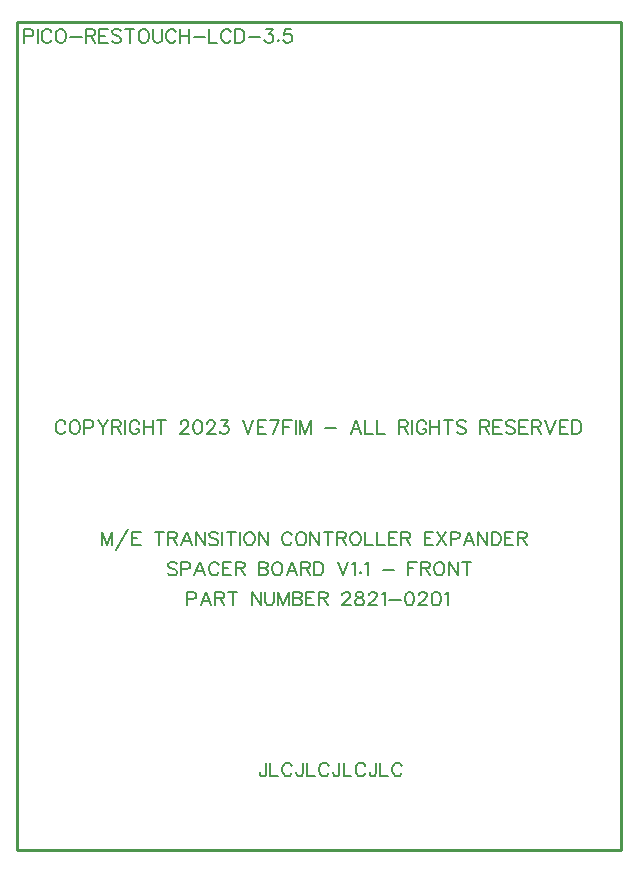
<source format=gto>
G04 Layer: TopSilkscreenLayer*
G04 EasyEDA v6.5.29, 2023-07-16 15:11:24*
G04 08c5cc99871a4756a8ffc771c65a72c4,5a6b42c53f6a479593ecc07194224c93,10*
G04 Gerber Generator version 0.2*
G04 Scale: 100 percent, Rotated: No, Reflected: No *
G04 Dimensions in millimeters *
G04 leading zeros omitted , absolute positions ,4 integer and 5 decimal *
%FSLAX45Y45*%
%MOMM*%

%ADD10C,0.2030*%
%ADD11C,0.2032*%
%ADD12C,0.2540*%

%LPD*%
D10*
X923544Y6599428D02*
G01*
X918210Y6610350D01*
X907287Y6621271D01*
X896365Y6626860D01*
X874521Y6626860D01*
X863600Y6621271D01*
X852678Y6610350D01*
X847344Y6599428D01*
X841755Y6583171D01*
X841755Y6555994D01*
X847344Y6539484D01*
X852678Y6528562D01*
X863600Y6517639D01*
X874521Y6512305D01*
X896365Y6512305D01*
X907287Y6517639D01*
X918210Y6528562D01*
X923544Y6539484D01*
X992378Y6626860D02*
G01*
X981455Y6621271D01*
X970534Y6610350D01*
X965200Y6599428D01*
X959612Y6583171D01*
X959612Y6555994D01*
X965200Y6539484D01*
X970534Y6528562D01*
X981455Y6517639D01*
X992378Y6512305D01*
X1014221Y6512305D01*
X1025144Y6517639D01*
X1036065Y6528562D01*
X1041400Y6539484D01*
X1046987Y6555994D01*
X1046987Y6583171D01*
X1041400Y6599428D01*
X1036065Y6610350D01*
X1025144Y6621271D01*
X1014221Y6626860D01*
X992378Y6626860D01*
X1082802Y6626860D02*
G01*
X1082802Y6512305D01*
X1082802Y6626860D02*
G01*
X1132078Y6626860D01*
X1148334Y6621271D01*
X1153921Y6615937D01*
X1159255Y6605015D01*
X1159255Y6588505D01*
X1153921Y6577584D01*
X1148334Y6572250D01*
X1132078Y6566662D01*
X1082802Y6566662D01*
X1195323Y6626860D02*
G01*
X1239012Y6572250D01*
X1239012Y6512305D01*
X1282445Y6626860D02*
G01*
X1239012Y6572250D01*
X1318513Y6626860D02*
G01*
X1318513Y6512305D01*
X1318513Y6626860D02*
G01*
X1367536Y6626860D01*
X1384045Y6621271D01*
X1389379Y6615937D01*
X1394968Y6605015D01*
X1394968Y6594094D01*
X1389379Y6583171D01*
X1384045Y6577584D01*
X1367536Y6572250D01*
X1318513Y6572250D01*
X1356613Y6572250D02*
G01*
X1394968Y6512305D01*
X1430781Y6626860D02*
G01*
X1430781Y6512305D01*
X1548637Y6599428D02*
G01*
X1543304Y6610350D01*
X1532381Y6621271D01*
X1521460Y6626860D01*
X1499615Y6626860D01*
X1488694Y6621271D01*
X1477771Y6610350D01*
X1472437Y6599428D01*
X1466850Y6583171D01*
X1466850Y6555994D01*
X1472437Y6539484D01*
X1477771Y6528562D01*
X1488694Y6517639D01*
X1499615Y6512305D01*
X1521460Y6512305D01*
X1532381Y6517639D01*
X1543304Y6528562D01*
X1548637Y6539484D01*
X1548637Y6555994D01*
X1521460Y6555994D02*
G01*
X1548637Y6555994D01*
X1584705Y6626860D02*
G01*
X1584705Y6512305D01*
X1661160Y6626860D02*
G01*
X1661160Y6512305D01*
X1584705Y6572250D02*
G01*
X1661160Y6572250D01*
X1735328Y6626860D02*
G01*
X1735328Y6512305D01*
X1696973Y6626860D02*
G01*
X1773428Y6626860D01*
X1898904Y6599428D02*
G01*
X1898904Y6605015D01*
X1904237Y6615937D01*
X1909826Y6621271D01*
X1920747Y6626860D01*
X1942591Y6626860D01*
X1953513Y6621271D01*
X1958847Y6615937D01*
X1964436Y6605015D01*
X1964436Y6594094D01*
X1958847Y6583171D01*
X1947925Y6566662D01*
X1893570Y6512305D01*
X1969770Y6512305D01*
X2038604Y6626860D02*
G01*
X2022093Y6621271D01*
X2011172Y6605015D01*
X2005838Y6577584D01*
X2005838Y6561328D01*
X2011172Y6534150D01*
X2022093Y6517639D01*
X2038604Y6512305D01*
X2049525Y6512305D01*
X2065781Y6517639D01*
X2076704Y6534150D01*
X2082291Y6561328D01*
X2082291Y6577584D01*
X2076704Y6605015D01*
X2065781Y6621271D01*
X2049525Y6626860D01*
X2038604Y6626860D01*
X2123693Y6599428D02*
G01*
X2123693Y6605015D01*
X2129027Y6615937D01*
X2134615Y6621271D01*
X2145538Y6626860D01*
X2167381Y6626860D01*
X2178050Y6621271D01*
X2183638Y6615937D01*
X2188972Y6605015D01*
X2188972Y6594094D01*
X2183638Y6583171D01*
X2172715Y6566662D01*
X2118106Y6512305D01*
X2194559Y6512305D01*
X2241550Y6626860D02*
G01*
X2301493Y6626860D01*
X2268727Y6583171D01*
X2284984Y6583171D01*
X2295906Y6577584D01*
X2301493Y6572250D01*
X2306827Y6555994D01*
X2306827Y6545071D01*
X2301493Y6528562D01*
X2290572Y6517639D01*
X2274061Y6512305D01*
X2257806Y6512305D01*
X2241550Y6517639D01*
X2235961Y6523228D01*
X2230627Y6534150D01*
X2426970Y6626860D02*
G01*
X2470658Y6512305D01*
X2514091Y6626860D02*
G01*
X2470658Y6512305D01*
X2550159Y6626860D02*
G01*
X2550159Y6512305D01*
X2550159Y6626860D02*
G01*
X2621025Y6626860D01*
X2550159Y6572250D02*
G01*
X2593847Y6572250D01*
X2550159Y6512305D02*
G01*
X2621025Y6512305D01*
X2733547Y6626860D02*
G01*
X2678938Y6512305D01*
X2657093Y6626860D02*
G01*
X2733547Y6626860D01*
X2769361Y6626860D02*
G01*
X2769361Y6512305D01*
X2769361Y6626860D02*
G01*
X2840227Y6626860D01*
X2769361Y6572250D02*
G01*
X2813050Y6572250D01*
X2876295Y6626860D02*
G01*
X2876295Y6512305D01*
X2912363Y6626860D02*
G01*
X2912363Y6512305D01*
X2912363Y6626860D02*
G01*
X2956052Y6512305D01*
X2999740Y6626860D02*
G01*
X2956052Y6512305D01*
X2999740Y6626860D02*
G01*
X2999740Y6512305D01*
X3119627Y6561328D02*
G01*
X3217925Y6561328D01*
X3381502Y6626860D02*
G01*
X3337813Y6512305D01*
X3381502Y6626860D02*
G01*
X3425190Y6512305D01*
X3354070Y6550405D02*
G01*
X3408679Y6550405D01*
X3461004Y6626860D02*
G01*
X3461004Y6512305D01*
X3461004Y6512305D02*
G01*
X3526536Y6512305D01*
X3562604Y6626860D02*
G01*
X3562604Y6512305D01*
X3562604Y6512305D02*
G01*
X3627881Y6512305D01*
X3748024Y6626860D02*
G01*
X3748024Y6512305D01*
X3748024Y6626860D02*
G01*
X3797045Y6626860D01*
X3813556Y6621271D01*
X3818890Y6615937D01*
X3824477Y6605015D01*
X3824477Y6594094D01*
X3818890Y6583171D01*
X3813556Y6577584D01*
X3797045Y6572250D01*
X3748024Y6572250D01*
X3786124Y6572250D02*
G01*
X3824477Y6512305D01*
X3860291Y6626860D02*
G01*
X3860291Y6512305D01*
X3978147Y6599428D02*
G01*
X3972813Y6610350D01*
X3961891Y6621271D01*
X3950970Y6626860D01*
X3929125Y6626860D01*
X3918204Y6621271D01*
X3907281Y6610350D01*
X3901693Y6599428D01*
X3896359Y6583171D01*
X3896359Y6555994D01*
X3901693Y6539484D01*
X3907281Y6528562D01*
X3918204Y6517639D01*
X3929125Y6512305D01*
X3950970Y6512305D01*
X3961891Y6517639D01*
X3972813Y6528562D01*
X3978147Y6539484D01*
X3978147Y6555994D01*
X3950970Y6555994D02*
G01*
X3978147Y6555994D01*
X4014215Y6626860D02*
G01*
X4014215Y6512305D01*
X4090415Y6626860D02*
G01*
X4090415Y6512305D01*
X4014215Y6572250D02*
G01*
X4090415Y6572250D01*
X4164838Y6626860D02*
G01*
X4164838Y6512305D01*
X4126484Y6626860D02*
G01*
X4202938Y6626860D01*
X4315206Y6610350D02*
G01*
X4304284Y6621271D01*
X4288027Y6626860D01*
X4266184Y6626860D01*
X4249927Y6621271D01*
X4239006Y6610350D01*
X4239006Y6599428D01*
X4244340Y6588505D01*
X4249927Y6583171D01*
X4260595Y6577584D01*
X4293361Y6566662D01*
X4304284Y6561328D01*
X4309872Y6555994D01*
X4315206Y6545071D01*
X4315206Y6528562D01*
X4304284Y6517639D01*
X4288027Y6512305D01*
X4266184Y6512305D01*
X4249927Y6517639D01*
X4239006Y6528562D01*
X4435347Y6626860D02*
G01*
X4435347Y6512305D01*
X4435347Y6626860D02*
G01*
X4484370Y6626860D01*
X4500625Y6621271D01*
X4506213Y6615937D01*
X4511547Y6605015D01*
X4511547Y6594094D01*
X4506213Y6583171D01*
X4500625Y6577584D01*
X4484370Y6572250D01*
X4435347Y6572250D01*
X4473447Y6572250D02*
G01*
X4511547Y6512305D01*
X4547615Y6626860D02*
G01*
X4547615Y6512305D01*
X4547615Y6626860D02*
G01*
X4618481Y6626860D01*
X4547615Y6572250D02*
G01*
X4591304Y6572250D01*
X4547615Y6512305D02*
G01*
X4618481Y6512305D01*
X4731004Y6610350D02*
G01*
X4720081Y6621271D01*
X4703572Y6626860D01*
X4681727Y6626860D01*
X4665472Y6621271D01*
X4654550Y6610350D01*
X4654550Y6599428D01*
X4659884Y6588505D01*
X4665472Y6583171D01*
X4676393Y6577584D01*
X4709159Y6566662D01*
X4720081Y6561328D01*
X4725415Y6555994D01*
X4731004Y6545071D01*
X4731004Y6528562D01*
X4720081Y6517639D01*
X4703572Y6512305D01*
X4681727Y6512305D01*
X4665472Y6517639D01*
X4654550Y6528562D01*
X4766818Y6626860D02*
G01*
X4766818Y6512305D01*
X4766818Y6626860D02*
G01*
X4837684Y6626860D01*
X4766818Y6572250D02*
G01*
X4810506Y6572250D01*
X4766818Y6512305D02*
G01*
X4837684Y6512305D01*
X4873752Y6626860D02*
G01*
X4873752Y6512305D01*
X4873752Y6626860D02*
G01*
X4922774Y6626860D01*
X4939284Y6621271D01*
X4944618Y6615937D01*
X4950206Y6605015D01*
X4950206Y6594094D01*
X4944618Y6583171D01*
X4939284Y6577584D01*
X4922774Y6572250D01*
X4873752Y6572250D01*
X4912106Y6572250D02*
G01*
X4950206Y6512305D01*
X4986274Y6626860D02*
G01*
X5029708Y6512305D01*
X5073395Y6626860D02*
G01*
X5029708Y6512305D01*
X5109463Y6626860D02*
G01*
X5109463Y6512305D01*
X5109463Y6626860D02*
G01*
X5180329Y6626860D01*
X5109463Y6572250D02*
G01*
X5153152Y6572250D01*
X5109463Y6512305D02*
G01*
X5180329Y6512305D01*
X5216397Y6626860D02*
G01*
X5216397Y6512305D01*
X5216397Y6626860D02*
G01*
X5254497Y6626860D01*
X5271008Y6621271D01*
X5281675Y6610350D01*
X5287263Y6599428D01*
X5292597Y6583171D01*
X5292597Y6555994D01*
X5287263Y6539484D01*
X5281675Y6528562D01*
X5271008Y6517639D01*
X5254497Y6512305D01*
X5216397Y6512305D01*
D11*
X2623614Y3728925D02*
G01*
X2623614Y3641549D01*
X2618026Y3625293D01*
X2612692Y3619705D01*
X2601770Y3614371D01*
X2590848Y3614371D01*
X2579926Y3619705D01*
X2574338Y3625293D01*
X2569004Y3641549D01*
X2569004Y3652471D01*
X2659428Y3728925D02*
G01*
X2659428Y3614371D01*
X2659428Y3614371D02*
G01*
X2724960Y3614371D01*
X2842816Y3701493D02*
G01*
X2837482Y3712415D01*
X2826560Y3723337D01*
X2815638Y3728925D01*
X2793794Y3728925D01*
X2782872Y3723337D01*
X2771950Y3712415D01*
X2766362Y3701493D01*
X2761028Y3685237D01*
X2761028Y3658059D01*
X2766362Y3641549D01*
X2771950Y3630627D01*
X2782872Y3619705D01*
X2793794Y3614371D01*
X2815638Y3614371D01*
X2826560Y3619705D01*
X2837482Y3630627D01*
X2842816Y3641549D01*
X2933240Y3728925D02*
G01*
X2933240Y3641549D01*
X2927906Y3625293D01*
X2922572Y3619705D01*
X2911650Y3614371D01*
X2900728Y3614371D01*
X2889806Y3619705D01*
X2884218Y3625293D01*
X2878884Y3641549D01*
X2878884Y3652471D01*
X2969308Y3728925D02*
G01*
X2969308Y3614371D01*
X2969308Y3614371D02*
G01*
X3034840Y3614371D01*
X3152696Y3701493D02*
G01*
X3147108Y3712415D01*
X3136186Y3723337D01*
X3125264Y3728925D01*
X3103674Y3728925D01*
X3092752Y3723337D01*
X3081830Y3712415D01*
X3076242Y3701493D01*
X3070908Y3685237D01*
X3070908Y3658059D01*
X3076242Y3641549D01*
X3081830Y3630627D01*
X3092752Y3619705D01*
X3103674Y3614371D01*
X3125264Y3614371D01*
X3136186Y3619705D01*
X3147108Y3630627D01*
X3152696Y3641549D01*
X3243120Y3728925D02*
G01*
X3243120Y3641549D01*
X3237786Y3625293D01*
X3232198Y3619705D01*
X3221276Y3614371D01*
X3210354Y3614371D01*
X3199432Y3619705D01*
X3194098Y3625293D01*
X3188764Y3641549D01*
X3188764Y3652471D01*
X3279188Y3728925D02*
G01*
X3279188Y3614371D01*
X3279188Y3614371D02*
G01*
X3344720Y3614371D01*
X3462576Y3701493D02*
G01*
X3456988Y3712415D01*
X3446066Y3723337D01*
X3435144Y3728925D01*
X3413300Y3728925D01*
X3402378Y3723337D01*
X3391456Y3712415D01*
X3386122Y3701493D01*
X3380534Y3685237D01*
X3380534Y3658059D01*
X3386122Y3641549D01*
X3391456Y3630627D01*
X3402378Y3619705D01*
X3413300Y3614371D01*
X3435144Y3614371D01*
X3446066Y3619705D01*
X3456988Y3630627D01*
X3462576Y3641549D01*
X3553000Y3728925D02*
G01*
X3553000Y3641549D01*
X3547666Y3625293D01*
X3542078Y3619705D01*
X3531156Y3614371D01*
X3520234Y3614371D01*
X3509312Y3619705D01*
X3503978Y3625293D01*
X3498390Y3641549D01*
X3498390Y3652471D01*
X3589068Y3728925D02*
G01*
X3589068Y3614371D01*
X3589068Y3614371D02*
G01*
X3654346Y3614371D01*
X3772202Y3701493D02*
G01*
X3766868Y3712415D01*
X3755946Y3723337D01*
X3745024Y3728925D01*
X3723180Y3728925D01*
X3712258Y3723337D01*
X3701336Y3712415D01*
X3696002Y3701493D01*
X3690414Y3685237D01*
X3690414Y3658059D01*
X3696002Y3641549D01*
X3701336Y3630627D01*
X3712258Y3619705D01*
X3723180Y3614371D01*
X3745024Y3614371D01*
X3755946Y3619705D01*
X3766868Y3630627D01*
X3772202Y3641549D01*
X575104Y9939154D02*
G01*
X575104Y9824610D01*
X575104Y9939154D02*
G01*
X624194Y9939154D01*
X640557Y9933701D01*
X646013Y9928247D01*
X651466Y9917338D01*
X651466Y9900973D01*
X646013Y9890064D01*
X640557Y9884610D01*
X624194Y9879154D01*
X575104Y9879154D01*
X687468Y9939154D02*
G01*
X687468Y9824610D01*
X805286Y9911882D02*
G01*
X799830Y9922791D01*
X788921Y9933701D01*
X778012Y9939154D01*
X756193Y9939154D01*
X745286Y9933701D01*
X734377Y9922791D01*
X728921Y9911882D01*
X723468Y9895519D01*
X723468Y9868247D01*
X728921Y9851882D01*
X734377Y9840973D01*
X745286Y9830064D01*
X756193Y9824610D01*
X778012Y9824610D01*
X788921Y9830064D01*
X799830Y9840973D01*
X805286Y9851882D01*
X874013Y9939154D02*
G01*
X863104Y9933701D01*
X852195Y9922791D01*
X846739Y9911882D01*
X841286Y9895519D01*
X841286Y9868247D01*
X846739Y9851882D01*
X852195Y9840973D01*
X863104Y9830064D01*
X874013Y9824610D01*
X895830Y9824610D01*
X906739Y9830064D01*
X917648Y9840973D01*
X923104Y9851882D01*
X928557Y9868247D01*
X928557Y9895519D01*
X923104Y9911882D01*
X917648Y9922791D01*
X906739Y9933701D01*
X895830Y9939154D01*
X874013Y9939154D01*
X964557Y9873701D02*
G01*
X1062738Y9873701D01*
X1098740Y9939154D02*
G01*
X1098740Y9824610D01*
X1098740Y9939154D02*
G01*
X1147831Y9939154D01*
X1164193Y9933701D01*
X1169649Y9928247D01*
X1175103Y9917338D01*
X1175103Y9906429D01*
X1169649Y9895519D01*
X1164193Y9890064D01*
X1147831Y9884610D01*
X1098740Y9884610D01*
X1136921Y9884610D02*
G01*
X1175103Y9824610D01*
X1211102Y9939154D02*
G01*
X1211102Y9824610D01*
X1211102Y9939154D02*
G01*
X1282011Y9939154D01*
X1211102Y9884610D02*
G01*
X1254739Y9884610D01*
X1211102Y9824610D02*
G01*
X1282011Y9824610D01*
X1394376Y9922791D02*
G01*
X1383466Y9933701D01*
X1367101Y9939154D01*
X1345285Y9939154D01*
X1328920Y9933701D01*
X1318011Y9922791D01*
X1318011Y9911882D01*
X1323467Y9900973D01*
X1328920Y9895519D01*
X1339829Y9890064D01*
X1372557Y9879154D01*
X1383466Y9873701D01*
X1388920Y9868247D01*
X1394376Y9857338D01*
X1394376Y9840973D01*
X1383466Y9830064D01*
X1367101Y9824610D01*
X1345285Y9824610D01*
X1328920Y9830064D01*
X1318011Y9840973D01*
X1468556Y9939154D02*
G01*
X1468556Y9824610D01*
X1430375Y9939154D02*
G01*
X1506738Y9939154D01*
X1575465Y9939154D02*
G01*
X1564556Y9933701D01*
X1553646Y9922791D01*
X1548193Y9911882D01*
X1542737Y9895519D01*
X1542737Y9868247D01*
X1548193Y9851882D01*
X1553646Y9840973D01*
X1564556Y9830064D01*
X1575465Y9824610D01*
X1597284Y9824610D01*
X1608193Y9830064D01*
X1619102Y9840973D01*
X1624556Y9851882D01*
X1630011Y9868247D01*
X1630011Y9895519D01*
X1624556Y9911882D01*
X1619102Y9922791D01*
X1608193Y9933701D01*
X1597284Y9939154D01*
X1575465Y9939154D01*
X1666011Y9939154D02*
G01*
X1666011Y9857338D01*
X1671464Y9840973D01*
X1682374Y9830064D01*
X1698739Y9824610D01*
X1709648Y9824610D01*
X1726011Y9830064D01*
X1736920Y9840973D01*
X1742373Y9857338D01*
X1742373Y9939154D01*
X1860191Y9911882D02*
G01*
X1854738Y9922791D01*
X1843829Y9933701D01*
X1832919Y9939154D01*
X1811101Y9939154D01*
X1800191Y9933701D01*
X1789282Y9922791D01*
X1783829Y9911882D01*
X1778373Y9895519D01*
X1778373Y9868247D01*
X1783829Y9851882D01*
X1789282Y9840973D01*
X1800191Y9830064D01*
X1811101Y9824610D01*
X1832919Y9824610D01*
X1843829Y9830064D01*
X1854738Y9840973D01*
X1860191Y9851882D01*
X1896191Y9939154D02*
G01*
X1896191Y9824610D01*
X1972556Y9939154D02*
G01*
X1972556Y9824610D01*
X1896191Y9884610D02*
G01*
X1972556Y9884610D01*
X2008555Y9873701D02*
G01*
X2106736Y9873701D01*
X2142736Y9939154D02*
G01*
X2142736Y9824610D01*
X2142736Y9824610D02*
G01*
X2208192Y9824610D01*
X2326010Y9911882D02*
G01*
X2320554Y9922791D01*
X2309647Y9933701D01*
X2298738Y9939154D01*
X2276919Y9939154D01*
X2266010Y9933701D01*
X2255100Y9922791D01*
X2249647Y9911882D01*
X2244191Y9895519D01*
X2244191Y9868247D01*
X2249647Y9851882D01*
X2255100Y9840973D01*
X2266010Y9830064D01*
X2276919Y9824610D01*
X2298738Y9824610D01*
X2309647Y9830064D01*
X2320554Y9840973D01*
X2326010Y9851882D01*
X2362009Y9939154D02*
G01*
X2362009Y9824610D01*
X2362009Y9939154D02*
G01*
X2400190Y9939154D01*
X2416556Y9933701D01*
X2427465Y9922791D01*
X2432918Y9911882D01*
X2438372Y9895519D01*
X2438372Y9868247D01*
X2432918Y9851882D01*
X2427465Y9840973D01*
X2416556Y9830064D01*
X2400190Y9824610D01*
X2362009Y9824610D01*
X2474374Y9873701D02*
G01*
X2572555Y9873701D01*
X2619463Y9939154D02*
G01*
X2679463Y9939154D01*
X2646735Y9895519D01*
X2663101Y9895519D01*
X2674010Y9890064D01*
X2679463Y9884610D01*
X2684917Y9868247D01*
X2684917Y9857338D01*
X2679463Y9840973D01*
X2668554Y9830064D01*
X2652191Y9824610D01*
X2635826Y9824610D01*
X2619463Y9830064D01*
X2614010Y9835520D01*
X2608554Y9846429D01*
X2726372Y9851882D02*
G01*
X2720919Y9846429D01*
X2726372Y9840973D01*
X2731828Y9846429D01*
X2726372Y9851882D01*
X2833281Y9939154D02*
G01*
X2778737Y9939154D01*
X2773281Y9890064D01*
X2778737Y9895519D01*
X2795099Y9900973D01*
X2811462Y9900973D01*
X2827827Y9895519D01*
X2838737Y9884610D01*
X2844190Y9868247D01*
X2844190Y9857338D01*
X2838737Y9840973D01*
X2827827Y9830064D01*
X2811462Y9824610D01*
X2795099Y9824610D01*
X2778737Y9830064D01*
X2773281Y9835520D01*
X2767827Y9846429D01*
X1231897Y5683747D02*
G01*
X1231897Y5569193D01*
X1231897Y5683747D02*
G01*
X1275585Y5569193D01*
X1319273Y5683747D02*
G01*
X1275585Y5569193D01*
X1319273Y5683747D02*
G01*
X1319273Y5569193D01*
X1453385Y5705591D02*
G01*
X1355087Y5530839D01*
X1489453Y5683747D02*
G01*
X1489453Y5569193D01*
X1489453Y5683747D02*
G01*
X1560319Y5683747D01*
X1489453Y5629137D02*
G01*
X1532887Y5629137D01*
X1489453Y5569193D02*
G01*
X1560319Y5569193D01*
X1718561Y5683747D02*
G01*
X1718561Y5569193D01*
X1680207Y5683747D02*
G01*
X1756661Y5683747D01*
X1792729Y5683747D02*
G01*
X1792729Y5569193D01*
X1792729Y5683747D02*
G01*
X1841751Y5683747D01*
X1858007Y5678159D01*
X1863595Y5672825D01*
X1868929Y5661903D01*
X1868929Y5650981D01*
X1863595Y5640059D01*
X1858007Y5634471D01*
X1841751Y5629137D01*
X1792729Y5629137D01*
X1830829Y5629137D02*
G01*
X1868929Y5569193D01*
X1948685Y5683747D02*
G01*
X1904997Y5569193D01*
X1948685Y5683747D02*
G01*
X1992373Y5569193D01*
X1921253Y5607293D02*
G01*
X1975863Y5607293D01*
X2028187Y5683747D02*
G01*
X2028187Y5569193D01*
X2028187Y5683747D02*
G01*
X2104641Y5569193D01*
X2104641Y5683747D02*
G01*
X2104641Y5569193D01*
X2216909Y5667237D02*
G01*
X2205987Y5678159D01*
X2189731Y5683747D01*
X2167887Y5683747D01*
X2151631Y5678159D01*
X2140709Y5667237D01*
X2140709Y5656315D01*
X2146043Y5645393D01*
X2151631Y5640059D01*
X2162553Y5634471D01*
X2195065Y5623803D01*
X2205987Y5618215D01*
X2211575Y5612881D01*
X2216909Y5601959D01*
X2216909Y5585449D01*
X2205987Y5574527D01*
X2189731Y5569193D01*
X2167887Y5569193D01*
X2151631Y5574527D01*
X2140709Y5585449D01*
X2252977Y5683747D02*
G01*
X2252977Y5569193D01*
X2327145Y5683747D02*
G01*
X2327145Y5569193D01*
X2289045Y5683747D02*
G01*
X2365245Y5683747D01*
X2401313Y5683747D02*
G01*
X2401313Y5569193D01*
X2470147Y5683747D02*
G01*
X2459225Y5678159D01*
X2448303Y5667237D01*
X2442715Y5656315D01*
X2437381Y5640059D01*
X2437381Y5612881D01*
X2442715Y5596371D01*
X2448303Y5585449D01*
X2459225Y5574527D01*
X2470147Y5569193D01*
X2491991Y5569193D01*
X2502913Y5574527D01*
X2513835Y5585449D01*
X2519169Y5596371D01*
X2524503Y5612881D01*
X2524503Y5640059D01*
X2519169Y5656315D01*
X2513835Y5667237D01*
X2502913Y5678159D01*
X2491991Y5683747D01*
X2470147Y5683747D01*
X2560571Y5683747D02*
G01*
X2560571Y5569193D01*
X2560571Y5683747D02*
G01*
X2637025Y5569193D01*
X2637025Y5683747D02*
G01*
X2637025Y5569193D01*
X2838701Y5656315D02*
G01*
X2833367Y5667237D01*
X2822445Y5678159D01*
X2811523Y5683747D01*
X2789679Y5683747D01*
X2778757Y5678159D01*
X2767835Y5667237D01*
X2762501Y5656315D01*
X2756913Y5640059D01*
X2756913Y5612881D01*
X2762501Y5596371D01*
X2767835Y5585449D01*
X2778757Y5574527D01*
X2789679Y5569193D01*
X2811523Y5569193D01*
X2822445Y5574527D01*
X2833367Y5585449D01*
X2838701Y5596371D01*
X2907535Y5683747D02*
G01*
X2896613Y5678159D01*
X2885691Y5667237D01*
X2880357Y5656315D01*
X2874769Y5640059D01*
X2874769Y5612881D01*
X2880357Y5596371D01*
X2885691Y5585449D01*
X2896613Y5574527D01*
X2907535Y5569193D01*
X2929379Y5569193D01*
X2940301Y5574527D01*
X2951223Y5585449D01*
X2956557Y5596371D01*
X2962145Y5612881D01*
X2962145Y5640059D01*
X2956557Y5656315D01*
X2951223Y5667237D01*
X2940301Y5678159D01*
X2929379Y5683747D01*
X2907535Y5683747D01*
X2997959Y5683747D02*
G01*
X2997959Y5569193D01*
X2997959Y5683747D02*
G01*
X3074413Y5569193D01*
X3074413Y5683747D02*
G01*
X3074413Y5569193D01*
X3148581Y5683747D02*
G01*
X3148581Y5569193D01*
X3110481Y5683747D02*
G01*
X3186681Y5683747D01*
X3222749Y5683747D02*
G01*
X3222749Y5569193D01*
X3222749Y5683747D02*
G01*
X3271771Y5683747D01*
X3288281Y5678159D01*
X3293615Y5672825D01*
X3299203Y5661903D01*
X3299203Y5650981D01*
X3293615Y5640059D01*
X3288281Y5634471D01*
X3271771Y5629137D01*
X3222749Y5629137D01*
X3261103Y5629137D02*
G01*
X3299203Y5569193D01*
X3367783Y5683747D02*
G01*
X3356861Y5678159D01*
X3346193Y5667237D01*
X3340605Y5656315D01*
X3335271Y5640059D01*
X3335271Y5612881D01*
X3340605Y5596371D01*
X3346193Y5585449D01*
X3356861Y5574527D01*
X3367783Y5569193D01*
X3389627Y5569193D01*
X3400549Y5574527D01*
X3411471Y5585449D01*
X3417059Y5596371D01*
X3422393Y5612881D01*
X3422393Y5640059D01*
X3417059Y5656315D01*
X3411471Y5667237D01*
X3400549Y5678159D01*
X3389627Y5683747D01*
X3367783Y5683747D01*
X3458461Y5683747D02*
G01*
X3458461Y5569193D01*
X3458461Y5569193D02*
G01*
X3523993Y5569193D01*
X3559807Y5683747D02*
G01*
X3559807Y5569193D01*
X3559807Y5569193D02*
G01*
X3625339Y5569193D01*
X3661407Y5683747D02*
G01*
X3661407Y5569193D01*
X3661407Y5683747D02*
G01*
X3732273Y5683747D01*
X3661407Y5629137D02*
G01*
X3705095Y5629137D01*
X3661407Y5569193D02*
G01*
X3732273Y5569193D01*
X3768341Y5683747D02*
G01*
X3768341Y5569193D01*
X3768341Y5683747D02*
G01*
X3817363Y5683747D01*
X3833619Y5678159D01*
X3839207Y5672825D01*
X3844541Y5661903D01*
X3844541Y5650981D01*
X3839207Y5640059D01*
X3833619Y5634471D01*
X3817363Y5629137D01*
X3768341Y5629137D01*
X3806441Y5629137D02*
G01*
X3844541Y5569193D01*
X3964683Y5683747D02*
G01*
X3964683Y5569193D01*
X3964683Y5683747D02*
G01*
X4035549Y5683747D01*
X3964683Y5629137D02*
G01*
X4008371Y5629137D01*
X3964683Y5569193D02*
G01*
X4035549Y5569193D01*
X4071617Y5683747D02*
G01*
X4147817Y5569193D01*
X4147817Y5683747D02*
G01*
X4071617Y5569193D01*
X4183885Y5683747D02*
G01*
X4183885Y5569193D01*
X4183885Y5683747D02*
G01*
X4232907Y5683747D01*
X4249417Y5678159D01*
X4254751Y5672825D01*
X4260339Y5661903D01*
X4260339Y5645393D01*
X4254751Y5634471D01*
X4249417Y5629137D01*
X4232907Y5623803D01*
X4183885Y5623803D01*
X4339841Y5683747D02*
G01*
X4296153Y5569193D01*
X4339841Y5683747D02*
G01*
X4383529Y5569193D01*
X4312663Y5607293D02*
G01*
X4367273Y5607293D01*
X4419597Y5683747D02*
G01*
X4419597Y5569193D01*
X4419597Y5683747D02*
G01*
X4495797Y5569193D01*
X4495797Y5683747D02*
G01*
X4495797Y5569193D01*
X4531865Y5683747D02*
G01*
X4531865Y5569193D01*
X4531865Y5683747D02*
G01*
X4569965Y5683747D01*
X4586475Y5678159D01*
X4597397Y5667237D01*
X4602731Y5656315D01*
X4608319Y5640059D01*
X4608319Y5612881D01*
X4602731Y5596371D01*
X4597397Y5585449D01*
X4586475Y5574527D01*
X4569965Y5569193D01*
X4531865Y5569193D01*
X4644133Y5683747D02*
G01*
X4644133Y5569193D01*
X4644133Y5683747D02*
G01*
X4715253Y5683747D01*
X4644133Y5629137D02*
G01*
X4687821Y5629137D01*
X4644133Y5569193D02*
G01*
X4715253Y5569193D01*
X4751067Y5683747D02*
G01*
X4751067Y5569193D01*
X4751067Y5683747D02*
G01*
X4800343Y5683747D01*
X4816599Y5678159D01*
X4822187Y5672825D01*
X4827521Y5661903D01*
X4827521Y5650981D01*
X4822187Y5640059D01*
X4816599Y5634471D01*
X4800343Y5629137D01*
X4751067Y5629137D01*
X4789421Y5629137D02*
G01*
X4827521Y5569193D01*
X1955800Y5175757D02*
G01*
X1955800Y5061204D01*
X1955800Y5175757D02*
G01*
X2004822Y5175757D01*
X2021331Y5170170D01*
X2026665Y5164836D01*
X2032254Y5153913D01*
X2032254Y5137404D01*
X2026665Y5126481D01*
X2021331Y5121147D01*
X2004822Y5115813D01*
X1955800Y5115813D01*
X2111756Y5175757D02*
G01*
X2068068Y5061204D01*
X2111756Y5175757D02*
G01*
X2155443Y5061204D01*
X2084577Y5099304D02*
G01*
X2139188Y5099304D01*
X2191511Y5175757D02*
G01*
X2191511Y5061204D01*
X2191511Y5175757D02*
G01*
X2240534Y5175757D01*
X2256790Y5170170D01*
X2262377Y5164836D01*
X2267711Y5153913D01*
X2267711Y5142992D01*
X2262377Y5132070D01*
X2256790Y5126481D01*
X2240534Y5121147D01*
X2191511Y5121147D01*
X2229611Y5121147D02*
G01*
X2267711Y5061204D01*
X2341879Y5175757D02*
G01*
X2341879Y5061204D01*
X2303779Y5175757D02*
G01*
X2380234Y5175757D01*
X2500122Y5175757D02*
G01*
X2500122Y5061204D01*
X2500122Y5175757D02*
G01*
X2576575Y5061204D01*
X2576575Y5175757D02*
G01*
X2576575Y5061204D01*
X2612643Y5175757D02*
G01*
X2612643Y5093970D01*
X2617977Y5077460D01*
X2628900Y5066537D01*
X2645156Y5061204D01*
X2656077Y5061204D01*
X2672588Y5066537D01*
X2683509Y5077460D01*
X2688843Y5093970D01*
X2688843Y5175757D01*
X2724911Y5175757D02*
G01*
X2724911Y5061204D01*
X2724911Y5175757D02*
G01*
X2768600Y5061204D01*
X2812288Y5175757D02*
G01*
X2768600Y5061204D01*
X2812288Y5175757D02*
G01*
X2812288Y5061204D01*
X2848102Y5175757D02*
G01*
X2848102Y5061204D01*
X2848102Y5175757D02*
G01*
X2897377Y5175757D01*
X2913634Y5170170D01*
X2918968Y5164836D01*
X2924556Y5153913D01*
X2924556Y5142992D01*
X2918968Y5132070D01*
X2913634Y5126481D01*
X2897377Y5121147D01*
X2848102Y5121147D02*
G01*
X2897377Y5121147D01*
X2913634Y5115813D01*
X2918968Y5110226D01*
X2924556Y5099304D01*
X2924556Y5083047D01*
X2918968Y5072126D01*
X2913634Y5066537D01*
X2897377Y5061204D01*
X2848102Y5061204D01*
X2960624Y5175757D02*
G01*
X2960624Y5061204D01*
X2960624Y5175757D02*
G01*
X3031490Y5175757D01*
X2960624Y5121147D02*
G01*
X3004058Y5121147D01*
X2960624Y5061204D02*
G01*
X3031490Y5061204D01*
X3067558Y5175757D02*
G01*
X3067558Y5061204D01*
X3067558Y5175757D02*
G01*
X3116579Y5175757D01*
X3132836Y5170170D01*
X3138424Y5164836D01*
X3143758Y5153913D01*
X3143758Y5142992D01*
X3138424Y5132070D01*
X3132836Y5126481D01*
X3116579Y5121147D01*
X3067558Y5121147D01*
X3105658Y5121147D02*
G01*
X3143758Y5061204D01*
X3269234Y5148326D02*
G01*
X3269234Y5153913D01*
X3274822Y5164836D01*
X3280156Y5170170D01*
X3291077Y5175757D01*
X3312922Y5175757D01*
X3323843Y5170170D01*
X3329177Y5164836D01*
X3334765Y5153913D01*
X3334765Y5142992D01*
X3329177Y5132070D01*
X3318256Y5115813D01*
X3263900Y5061204D01*
X3340100Y5061204D01*
X3403345Y5175757D02*
G01*
X3387090Y5170170D01*
X3381502Y5159247D01*
X3381502Y5148326D01*
X3387090Y5137404D01*
X3398011Y5132070D01*
X3419856Y5126481D01*
X3436111Y5121147D01*
X3447034Y5110226D01*
X3452622Y5099304D01*
X3452622Y5083047D01*
X3447034Y5072126D01*
X3441700Y5066537D01*
X3425190Y5061204D01*
X3403345Y5061204D01*
X3387090Y5066537D01*
X3381502Y5072126D01*
X3376168Y5083047D01*
X3376168Y5099304D01*
X3381502Y5110226D01*
X3392424Y5121147D01*
X3408934Y5126481D01*
X3430777Y5132070D01*
X3441700Y5137404D01*
X3447034Y5148326D01*
X3447034Y5159247D01*
X3441700Y5170170D01*
X3425190Y5175757D01*
X3403345Y5175757D01*
X3494024Y5148326D02*
G01*
X3494024Y5153913D01*
X3499358Y5164836D01*
X3504945Y5170170D01*
X3515868Y5175757D01*
X3537711Y5175757D01*
X3548634Y5170170D01*
X3553968Y5164836D01*
X3559556Y5153913D01*
X3559556Y5142992D01*
X3553968Y5132070D01*
X3543045Y5115813D01*
X3488436Y5061204D01*
X3564890Y5061204D01*
X3600958Y5153913D02*
G01*
X3611879Y5159247D01*
X3628136Y5175757D01*
X3628136Y5061204D01*
X3664204Y5110226D02*
G01*
X3762247Y5110226D01*
X3831081Y5175757D02*
G01*
X3814825Y5170170D01*
X3803904Y5153913D01*
X3798315Y5126481D01*
X3798315Y5110226D01*
X3803904Y5083047D01*
X3814825Y5066537D01*
X3831081Y5061204D01*
X3842004Y5061204D01*
X3858259Y5066537D01*
X3869181Y5083047D01*
X3874770Y5110226D01*
X3874770Y5126481D01*
X3869181Y5153913D01*
X3858259Y5170170D01*
X3842004Y5175757D01*
X3831081Y5175757D01*
X3916172Y5148326D02*
G01*
X3916172Y5153913D01*
X3921506Y5164836D01*
X3927093Y5170170D01*
X3938015Y5175757D01*
X3959859Y5175757D01*
X3970781Y5170170D01*
X3976115Y5164836D01*
X3981704Y5153913D01*
X3981704Y5142992D01*
X3976115Y5132070D01*
X3965193Y5115813D01*
X3910584Y5061204D01*
X3987038Y5061204D01*
X4055872Y5175757D02*
G01*
X4039361Y5170170D01*
X4028440Y5153913D01*
X4023106Y5126481D01*
X4023106Y5110226D01*
X4028440Y5083047D01*
X4039361Y5066537D01*
X4055872Y5061204D01*
X4066793Y5061204D01*
X4083050Y5066537D01*
X4093972Y5083047D01*
X4099306Y5110226D01*
X4099306Y5126481D01*
X4093972Y5153913D01*
X4083050Y5170170D01*
X4066793Y5175757D01*
X4055872Y5175757D01*
X4135374Y5153913D02*
G01*
X4146295Y5159247D01*
X4162806Y5175757D01*
X4162806Y5061204D01*
X1867154Y5413247D02*
G01*
X1856231Y5424170D01*
X1839721Y5429757D01*
X1817878Y5429757D01*
X1801621Y5424170D01*
X1790700Y5413247D01*
X1790700Y5402326D01*
X1796034Y5391404D01*
X1801621Y5386070D01*
X1812544Y5380481D01*
X1845310Y5369560D01*
X1856231Y5364226D01*
X1861565Y5358892D01*
X1867154Y5347970D01*
X1867154Y5331460D01*
X1856231Y5320537D01*
X1839721Y5315204D01*
X1817878Y5315204D01*
X1801621Y5320537D01*
X1790700Y5331460D01*
X1902968Y5429757D02*
G01*
X1902968Y5315204D01*
X1902968Y5429757D02*
G01*
X1952243Y5429757D01*
X1968500Y5424170D01*
X1974088Y5418836D01*
X1979422Y5407913D01*
X1979422Y5391404D01*
X1974088Y5380481D01*
X1968500Y5375147D01*
X1952243Y5369560D01*
X1902968Y5369560D01*
X2059177Y5429757D02*
G01*
X2015490Y5315204D01*
X2059177Y5429757D02*
G01*
X2102611Y5315204D01*
X2031745Y5353304D02*
G01*
X2086356Y5353304D01*
X2220468Y5402326D02*
G01*
X2215134Y5413247D01*
X2204211Y5424170D01*
X2193290Y5429757D01*
X2171445Y5429757D01*
X2160524Y5424170D01*
X2149602Y5413247D01*
X2144268Y5402326D01*
X2138679Y5386070D01*
X2138679Y5358892D01*
X2144268Y5342381D01*
X2149602Y5331460D01*
X2160524Y5320537D01*
X2171445Y5315204D01*
X2193290Y5315204D01*
X2204211Y5320537D01*
X2215134Y5331460D01*
X2220468Y5342381D01*
X2256536Y5429757D02*
G01*
X2256536Y5315204D01*
X2256536Y5429757D02*
G01*
X2327402Y5429757D01*
X2256536Y5375147D02*
G01*
X2300224Y5375147D01*
X2256536Y5315204D02*
G01*
X2327402Y5315204D01*
X2363470Y5429757D02*
G01*
X2363470Y5315204D01*
X2363470Y5429757D02*
G01*
X2412491Y5429757D01*
X2429002Y5424170D01*
X2434336Y5418836D01*
X2439670Y5407913D01*
X2439670Y5396992D01*
X2434336Y5386070D01*
X2429002Y5380481D01*
X2412491Y5375147D01*
X2363470Y5375147D01*
X2401570Y5375147D02*
G01*
X2439670Y5315204D01*
X2559811Y5429757D02*
G01*
X2559811Y5315204D01*
X2559811Y5429757D02*
G01*
X2608834Y5429757D01*
X2625343Y5424170D01*
X2630677Y5418836D01*
X2636265Y5407913D01*
X2636265Y5396992D01*
X2630677Y5386070D01*
X2625343Y5380481D01*
X2608834Y5375147D01*
X2559811Y5375147D02*
G01*
X2608834Y5375147D01*
X2625343Y5369560D01*
X2630677Y5364226D01*
X2636265Y5353304D01*
X2636265Y5337047D01*
X2630677Y5326126D01*
X2625343Y5320537D01*
X2608834Y5315204D01*
X2559811Y5315204D01*
X2704845Y5429757D02*
G01*
X2693924Y5424170D01*
X2683002Y5413247D01*
X2677668Y5402326D01*
X2672079Y5386070D01*
X2672079Y5358892D01*
X2677668Y5342381D01*
X2683002Y5331460D01*
X2693924Y5320537D01*
X2704845Y5315204D01*
X2726690Y5315204D01*
X2737611Y5320537D01*
X2748534Y5331460D01*
X2753868Y5342381D01*
X2759456Y5358892D01*
X2759456Y5386070D01*
X2753868Y5402326D01*
X2748534Y5413247D01*
X2737611Y5424170D01*
X2726690Y5429757D01*
X2704845Y5429757D01*
X2838958Y5429757D02*
G01*
X2795524Y5315204D01*
X2838958Y5429757D02*
G01*
X2882645Y5315204D01*
X2811779Y5353304D02*
G01*
X2866390Y5353304D01*
X2918713Y5429757D02*
G01*
X2918713Y5315204D01*
X2918713Y5429757D02*
G01*
X2967736Y5429757D01*
X2984245Y5424170D01*
X2989579Y5418836D01*
X2995168Y5407913D01*
X2995168Y5396992D01*
X2989579Y5386070D01*
X2984245Y5380481D01*
X2967736Y5375147D01*
X2918713Y5375147D01*
X2956813Y5375147D02*
G01*
X2995168Y5315204D01*
X3030981Y5429757D02*
G01*
X3030981Y5315204D01*
X3030981Y5429757D02*
G01*
X3069336Y5429757D01*
X3085591Y5424170D01*
X3096513Y5413247D01*
X3101847Y5402326D01*
X3107436Y5386070D01*
X3107436Y5358892D01*
X3101847Y5342381D01*
X3096513Y5331460D01*
X3085591Y5320537D01*
X3069336Y5315204D01*
X3030981Y5315204D01*
X3227324Y5429757D02*
G01*
X3271011Y5315204D01*
X3314700Y5429757D02*
G01*
X3271011Y5315204D01*
X3350768Y5407913D02*
G01*
X3361690Y5413247D01*
X3377945Y5429757D01*
X3377945Y5315204D01*
X3419347Y5342381D02*
G01*
X3414013Y5337047D01*
X3419347Y5331460D01*
X3424936Y5337047D01*
X3419347Y5342381D01*
X3460750Y5407913D02*
G01*
X3471672Y5413247D01*
X3488181Y5429757D01*
X3488181Y5315204D01*
X3608070Y5364226D02*
G01*
X3706368Y5364226D01*
X3826256Y5429757D02*
G01*
X3826256Y5315204D01*
X3826256Y5429757D02*
G01*
X3897122Y5429757D01*
X3826256Y5375147D02*
G01*
X3869943Y5375147D01*
X3933190Y5429757D02*
G01*
X3933190Y5315204D01*
X3933190Y5429757D02*
G01*
X3982211Y5429757D01*
X3998722Y5424170D01*
X4004056Y5418836D01*
X4009643Y5407913D01*
X4009643Y5396992D01*
X4004056Y5386070D01*
X3998722Y5380481D01*
X3982211Y5375147D01*
X3933190Y5375147D01*
X3971543Y5375147D02*
G01*
X4009643Y5315204D01*
X4078224Y5429757D02*
G01*
X4067302Y5424170D01*
X4056634Y5413247D01*
X4051045Y5402326D01*
X4045711Y5386070D01*
X4045711Y5358892D01*
X4051045Y5342381D01*
X4056634Y5331460D01*
X4067302Y5320537D01*
X4078224Y5315204D01*
X4100068Y5315204D01*
X4110990Y5320537D01*
X4121911Y5331460D01*
X4127500Y5342381D01*
X4132834Y5358892D01*
X4132834Y5386070D01*
X4127500Y5402326D01*
X4121911Y5413247D01*
X4110990Y5424170D01*
X4100068Y5429757D01*
X4078224Y5429757D01*
X4168902Y5429757D02*
G01*
X4168902Y5315204D01*
X4168902Y5429757D02*
G01*
X4245356Y5315204D01*
X4245356Y5429757D02*
G01*
X4245356Y5315204D01*
X4319524Y5429757D02*
G01*
X4319524Y5315204D01*
X4281170Y5429757D02*
G01*
X4357624Y5429757D01*
D12*
X510895Y10002799D02*
G01*
X5630875Y10002799D01*
X5630875Y2992399D01*
X510895Y2992399D01*
X510895Y10002799D01*
M02*

</source>
